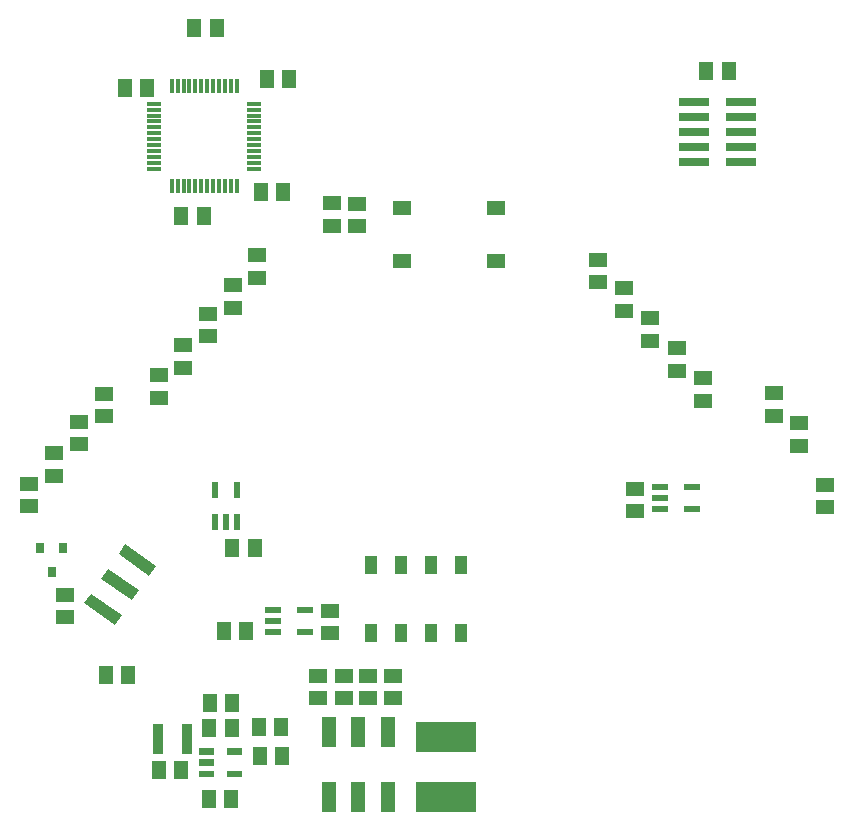
<source format=gbr>
G04 EAGLE Gerber X2 export*
%TF.Part,Single*%
%TF.FileFunction,Paste,Bot*%
%TF.FilePolarity,Positive*%
%TF.GenerationSoftware,Autodesk,EAGLE,9.0.1*%
%TF.CreationDate,2018-07-28T04:13:14Z*%
G75*
%MOMM*%
%FSLAX34Y34*%
%LPD*%
%AMOC8*
5,1,8,0,0,1.08239X$1,22.5*%
G01*
%ADD10R,0.300000X1.200000*%
%ADD11R,1.200000X0.300000*%
%ADD12R,0.850000X2.500000*%
%ADD13R,1.300000X1.500000*%
%ADD14R,1.500000X1.300000*%
%ADD15R,0.558800X1.320800*%
%ADD16R,1.320800X0.558800*%
%ADD17R,2.500000X0.650000*%
%ADD18C,0.077000*%
%ADD19R,0.787400X0.889000*%
%ADD20R,0.990600X1.549400*%
%ADD21R,1.020000X3.170000*%
%ADD22R,1.550000X1.300000*%
%ADD23R,1.200000X2.500000*%
%ADD24R,5.080000X2.540000*%


D10*
X209010Y1043840D03*
X204010Y1043840D03*
X199010Y1043840D03*
X194010Y1043840D03*
X189010Y1043840D03*
X184010Y1043840D03*
X179010Y1043840D03*
X174010Y1043840D03*
X169010Y1043840D03*
X164010Y1043840D03*
X159010Y1043840D03*
X154010Y1043840D03*
D11*
X139010Y1058840D03*
X139010Y1063840D03*
X139010Y1068840D03*
X139010Y1073840D03*
X139010Y1078840D03*
X139010Y1083840D03*
X139010Y1088840D03*
X139010Y1093840D03*
X139010Y1098840D03*
X139010Y1103840D03*
X139010Y1108840D03*
X139010Y1113840D03*
D10*
X154010Y1128840D03*
X159010Y1128840D03*
X164010Y1128840D03*
X169010Y1128840D03*
X174010Y1128840D03*
X179010Y1128840D03*
X184010Y1128840D03*
X189010Y1128840D03*
X194010Y1128840D03*
X199010Y1128840D03*
X204010Y1128840D03*
X209010Y1128840D03*
D11*
X224010Y1113840D03*
X224010Y1108840D03*
X224010Y1103840D03*
X224010Y1098840D03*
X224010Y1093840D03*
X224010Y1088840D03*
X224010Y1083840D03*
X224010Y1078840D03*
X224010Y1073840D03*
X224010Y1068840D03*
X224010Y1063840D03*
X224010Y1058840D03*
D12*
X166620Y575712D03*
X142120Y575712D03*
D13*
X204822Y585364D03*
X185822Y585364D03*
X246900Y585690D03*
X227900Y585690D03*
X228494Y561488D03*
X247494Y561488D03*
X143150Y549804D03*
X162150Y549804D03*
X186076Y606700D03*
X205076Y606700D03*
X204314Y524912D03*
X185314Y524912D03*
D14*
X142870Y883910D03*
X142870Y864910D03*
X75650Y844540D03*
X75650Y825540D03*
X96814Y868162D03*
X96814Y849162D03*
X603650Y881370D03*
X603650Y862370D03*
X581380Y906770D03*
X581380Y887770D03*
X536840Y957570D03*
X536840Y938570D03*
X205600Y960110D03*
X205600Y941110D03*
X184690Y935980D03*
X184690Y916980D03*
X163780Y909310D03*
X163780Y890310D03*
X54486Y817870D03*
X54486Y798870D03*
X33322Y791962D03*
X33322Y772962D03*
X707290Y791200D03*
X707290Y772200D03*
X664020Y868670D03*
X664020Y849670D03*
X559110Y932170D03*
X559110Y913170D03*
X514570Y981700D03*
X514570Y962700D03*
X226510Y985510D03*
X226510Y966510D03*
D15*
X209588Y759284D03*
X200190Y759284D03*
X190792Y759284D03*
X190792Y786716D03*
X209588Y786716D03*
D16*
X567084Y770362D03*
X567084Y779760D03*
X567084Y789158D03*
X594516Y789158D03*
X594516Y770362D03*
D17*
X636086Y1115606D03*
X596086Y1115606D03*
X636086Y1102906D03*
X596086Y1102906D03*
X636086Y1090206D03*
X596086Y1090206D03*
X636086Y1077506D03*
X596086Y1077506D03*
X636086Y1064806D03*
X596086Y1064806D03*
D14*
X685020Y843270D03*
X685020Y824270D03*
D13*
X224130Y737870D03*
X205130Y737870D03*
D14*
X546100Y769010D03*
X546100Y788010D03*
D13*
X625704Y1141222D03*
X606704Y1141222D03*
D18*
X188779Y544543D02*
X177149Y544543D01*
X177149Y549273D01*
X188779Y549273D01*
X188779Y544543D01*
X188779Y545312D02*
X177149Y545312D01*
X177149Y546081D02*
X188779Y546081D01*
X188779Y546850D02*
X177149Y546850D01*
X177149Y547619D02*
X188779Y547619D01*
X188779Y548388D02*
X177149Y548388D01*
X177149Y549157D02*
X188779Y549157D01*
X188779Y554043D02*
X177149Y554043D01*
X177149Y558773D01*
X188779Y558773D01*
X188779Y554043D01*
X188779Y554812D02*
X177149Y554812D01*
X177149Y555581D02*
X188779Y555581D01*
X188779Y556350D02*
X177149Y556350D01*
X177149Y557119D02*
X188779Y557119D01*
X188779Y557888D02*
X177149Y557888D01*
X177149Y558657D02*
X188779Y558657D01*
X188779Y563543D02*
X177149Y563543D01*
X177149Y568273D01*
X188779Y568273D01*
X188779Y563543D01*
X188779Y564312D02*
X177149Y564312D01*
X177149Y565081D02*
X188779Y565081D01*
X188779Y565850D02*
X177149Y565850D01*
X177149Y566619D02*
X188779Y566619D01*
X188779Y567388D02*
X177149Y567388D01*
X177149Y568157D02*
X188779Y568157D01*
X200849Y563543D02*
X212479Y563543D01*
X200849Y563543D02*
X200849Y568273D01*
X212479Y568273D01*
X212479Y563543D01*
X212479Y564312D02*
X200849Y564312D01*
X200849Y565081D02*
X212479Y565081D01*
X212479Y565850D02*
X200849Y565850D01*
X200849Y566619D02*
X212479Y566619D01*
X212479Y567388D02*
X200849Y567388D01*
X200849Y568157D02*
X212479Y568157D01*
X212479Y544543D02*
X200849Y544543D01*
X200849Y549273D01*
X212479Y549273D01*
X212479Y544543D01*
X212479Y545312D02*
X200849Y545312D01*
X200849Y546081D02*
X212479Y546081D01*
X212479Y546850D02*
X200849Y546850D01*
X200849Y547619D02*
X212479Y547619D01*
X212479Y548388D02*
X200849Y548388D01*
X200849Y549157D02*
X212479Y549157D01*
D14*
X288240Y665530D03*
X288240Y684530D03*
D16*
X239462Y666372D03*
X239462Y675770D03*
X239462Y685168D03*
X266894Y685168D03*
X266894Y666372D03*
D13*
X217054Y667286D03*
X198054Y667286D03*
D14*
X341570Y629400D03*
X341570Y610400D03*
X299480Y629400D03*
X299480Y610400D03*
X320570Y610400D03*
X320570Y629400D03*
X277584Y610284D03*
X277584Y629284D03*
D19*
X42722Y737368D03*
X62026Y737368D03*
X52374Y717048D03*
D14*
X63500Y697840D03*
X63500Y678840D03*
D13*
X117200Y629870D03*
X98200Y629870D03*
X234290Y1134358D03*
X253290Y1134358D03*
X173076Y1177792D03*
X192076Y1177792D03*
X161950Y1019048D03*
X180950Y1019048D03*
D14*
X310890Y1029106D03*
X310890Y1010106D03*
X289312Y1010514D03*
X289312Y1029514D03*
D20*
X398580Y665300D03*
X398580Y723466D03*
X373180Y665300D03*
X373180Y723466D03*
X347780Y665300D03*
X347780Y723466D03*
X322380Y665300D03*
X322380Y723466D03*
D13*
X229260Y1038860D03*
X248260Y1038860D03*
X133198Y1127506D03*
X114198Y1127506D03*
D21*
G36*
X111666Y680887D02*
X105816Y672532D01*
X79850Y690713D01*
X85700Y699068D01*
X111666Y680887D01*
G37*
G36*
X126235Y701693D02*
X120385Y693338D01*
X94419Y711519D01*
X100269Y719874D01*
X126235Y701693D01*
G37*
G36*
X140804Y722500D02*
X134954Y714145D01*
X108988Y732326D01*
X114838Y740681D01*
X140804Y722500D01*
G37*
D22*
X428750Y1025500D03*
X349250Y1025500D03*
X349250Y980500D03*
X428750Y980500D03*
D23*
X337000Y526500D03*
X312000Y526500D03*
X287000Y526500D03*
X337000Y581500D03*
X312000Y581500D03*
X287000Y581500D03*
D24*
X386000Y527000D03*
X386000Y577800D03*
M02*

</source>
